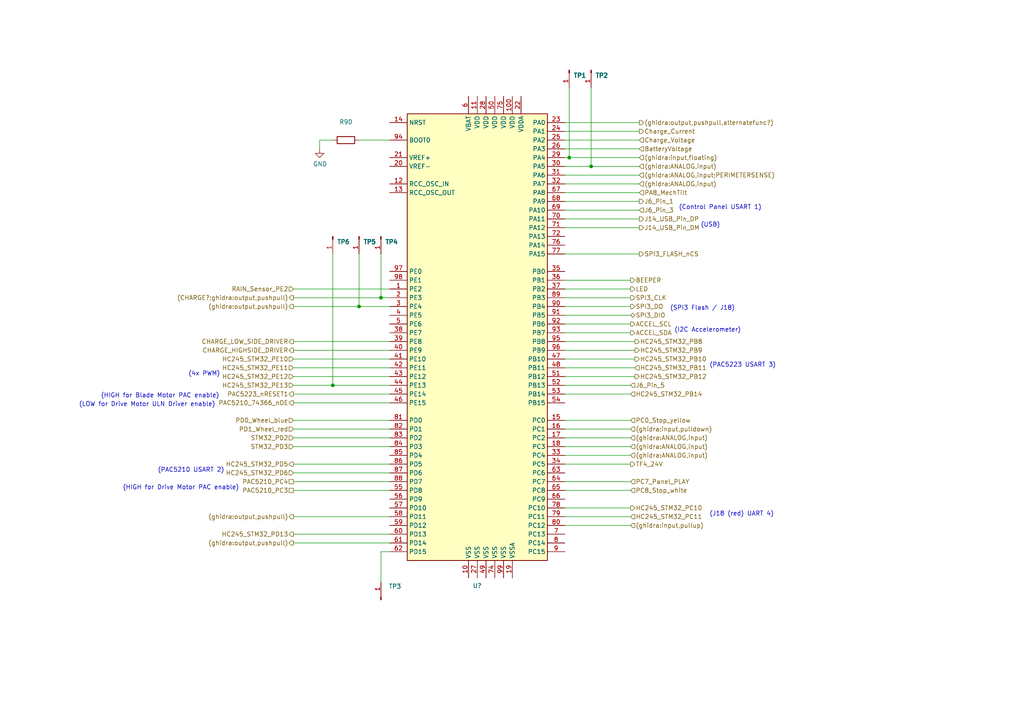
<source format=kicad_sch>
(kicad_sch (version 20211123) (generator eeschema)
  (paper "A4")
  (title_block (title "Project Mowgli") (date "2022-05-22") (rev "1.0.1") (comment 1 "(c) CyberNet / cn@warp.at") (comment 2 "https://github.com/cloudn1ne/Mowgli"))
  (lib_symbols
    (symbol "Connector:Conn_01x01_Male" (pin_names (offset 1.016) hide)
      (property "Reference" "J" (at 0 2.54 0))
      (property "Value" "Conn_01x01_Male" (at 0 -2.54 0))
      (symbol "Conn_01x01_Male_1_1"
        (polyline (pts (xy 1.27 0) (xy 0.8636 0)) (stroke (width 0.1524)))
        (rectangle (start 0.8636 0.127) (end 0 -0.127) (stroke (width 0.1524)) (fill (type outline)))
        (pin passive line (at 5.08 0 180) (length 3.81) (name "Pin_1") (number "1"))
      )
    )
    (symbol "Device:R" (pin_numbers hide) (pin_names (offset 0))
      (property "Reference" "R" (at 2.032 0 90))
      (property "Value" "R" (at 0 0 90))
      (symbol "R_0_1"
        (rectangle (start -1.016 -2.54) (end 1.016 2.54) (stroke (width 0.254)))
      )
      (symbol "R_1_1"
        (pin passive line (at 0 3.81 270) (length 1.27) (name "~") (number "1"))
        (pin passive line (at 0 -3.81 90) (length 1.27) (name "~") (number "2"))
      )
    )
    (symbol "MCU_ST_STM32F1:STM32F103VCTx"
      (property "Reference" "U" (at -20.32 64.77 0))
      (property "Value" "STM32F103VCTx" (at 15.24 64.77 0))
      (symbol "STM32F103VCTx_0_1"
        (rectangle (start -20.32 -66.04) (end 20.32 63.5) (stroke (width 0.254)) (fill (type background)))
      )
      (symbol "STM32F103VCTx_1_1"
        (pin bidirectional line (at -25.4 12.7 0) (length 5.08) (name "PE2") (number "1"))
        (pin power_in line (at -2.54 -71.12 90) (length 5.08) (name "VSS") (number "10"))
        (pin power_in line (at 10.16 68.58 270) (length 5.08) (name "VDD") (number "100"))
        (pin power_in line (at 0 68.58 270) (length 5.08) (name "VDD") (number "11"))
        (pin input line (at -25.4 43.18 0) (length 5.08) (name "RCC_OSC_IN") (number "12"))
        (pin input line (at -25.4 40.64 0) (length 5.08) (name "RCC_OSC_OUT") (number "13"))
        (pin input line (at -25.4 60.96 0) (length 5.08) (name "NRST") (number "14"))
        (pin bidirectional line (at 25.4 -25.4 180) (length 5.08) (name "PC0") (number "15"))
        (pin bidirectional line (at 25.4 -27.94 180) (length 5.08) (name "PC1") (number "16"))
        (pin bidirectional line (at 25.4 -30.48 180) (length 5.08) (name "PC2") (number "17"))
        (pin bidirectional line (at 25.4 -33.02 180) (length 5.08) (name "PC3") (number "18"))
        (pin power_in line (at 10.16 -71.12 90) (length 5.08) (name "VSSA") (number "19"))
        (pin bidirectional line (at -25.4 10.16 0) (length 5.08) (name "PE3") (number "2"))
        (pin power_in line (at -25.4 48.26 0) (length 5.08) (name "VREF-") (number "20"))
        (pin power_in line (at -25.4 50.8 0) (length 5.08) (name "VREF+") (number "21"))
        (pin power_in line (at 12.7 68.58 270) (length 5.08) (name "VDDA") (number "22"))
        (pin bidirectional line (at 25.4 60.96 180) (length 5.08) (name "PA0") (number "23"))
        (pin bidirectional line (at 25.4 58.42 180) (length 5.08) (name "PA1") (number "24"))
        (pin bidirectional line (at 25.4 55.88 180) (length 5.08) (name "PA2") (number "25"))
        (pin bidirectional line (at 25.4 53.34 180) (length 5.08) (name "PA3") (number "26"))
        (pin power_in line (at 0 -71.12 90) (length 5.08) (name "VSS") (number "27"))
        (pin power_in line (at 2.54 68.58 270) (length 5.08) (name "VDD") (number "28"))
        (pin bidirectional line (at 25.4 50.8 180) (length 5.08) (name "PA4") (number "29"))
        (pin bidirectional line (at -25.4 7.62 0) (length 5.08) (name "PE4") (number "3"))
        (pin bidirectional line (at 25.4 48.26 180) (length 5.08) (name "PA5") (number "30"))
        (pin bidirectional line (at 25.4 45.72 180) (length 5.08) (name "PA6") (number "31"))
        (pin bidirectional line (at 25.4 43.18 180) (length 5.08) (name "PA7") (number "32"))
        (pin bidirectional line (at 25.4 -35.56 180) (length 5.08) (name "PC4") (number "33"))
        (pin bidirectional line (at 25.4 -38.1 180) (length 5.08) (name "PC5") (number "34"))
        (pin bidirectional line (at 25.4 17.78 180) (length 5.08) (name "PB0") (number "35"))
        (pin bidirectional line (at 25.4 15.24 180) (length 5.08) (name "PB1") (number "36"))
        (pin bidirectional line (at 25.4 12.7 180) (length 5.08) (name "PB2") (number "37"))
        (pin bidirectional line (at -25.4 0 0) (length 5.08) (name "PE7") (number "38"))
        (pin bidirectional line (at -25.4 -2.54 0) (length 5.08) (name "PE8") (number "39"))
        (pin bidirectional line (at -25.4 5.08 0) (length 5.08) (name "PE5") (number "4"))
        (pin bidirectional line (at -25.4 -5.08 0) (length 5.08) (name "PE9") (number "40"))
        (pin bidirectional line (at -25.4 -7.62 0) (length 5.08) (name "PE10") (number "41"))
        (pin bidirectional line (at -25.4 -10.16 0) (length 5.08) (name "PE11") (number "42"))
        (pin bidirectional line (at -25.4 -12.7 0) (length 5.08) (name "PE12") (number "43"))
        (pin bidirectional line (at -25.4 -15.24 0) (length 5.08) (name "PE13") (number "44"))
        (pin bidirectional line (at -25.4 -17.78 0) (length 5.08) (name "PE14") (number "45"))
        (pin bidirectional line (at -25.4 -20.32 0) (length 5.08) (name "PE15") (number "46"))
        (pin bidirectional line (at 25.4 -7.62 180) (length 5.08) (name "PB10") (number "47"))
        (pin bidirectional line (at 25.4 -10.16 180) (length 5.08) (name "PB11") (number "48"))
        (pin power_in line (at 2.54 -71.12 90) (length 5.08) (name "VSS") (number "49"))
        (pin bidirectional line (at -25.4 2.54 0) (length 5.08) (name "PE6") (number "5"))
        (pin power_in line (at 5.08 68.58 270) (length 5.08) (name "VDD") (number "50"))
        (pin bidirectional line (at 25.4 -12.7 180) (length 5.08) (name "PB12") (number "51"))
        (pin bidirectional line (at 25.4 -15.24 180) (length 5.08) (name "PB13") (number "52"))
        (pin bidirectional line (at 25.4 -17.78 180) (length 5.08) (name "PB14") (number "53"))
        (pin bidirectional line (at 25.4 -20.32 180) (length 5.08) (name "PB15") (number "54"))
        (pin bidirectional line (at -25.4 -45.72 0) (length 5.08) (name "PD8") (number "55"))
        (pin bidirectional line (at -25.4 -48.26 0) (length 5.08) (name "PD9") (number "56"))
        (pin bidirectional line (at -25.4 -50.8 0) (length 5.08) (name "PD10") (number "57"))
        (pin bidirectional line (at -25.4 -53.34 0) (length 5.08) (name "PD11") (number "58"))
        (pin bidirectional line (at -25.4 -55.88 0) (length 5.08) (name "PD12") (number "59"))
        (pin power_in line (at -2.54 68.58 270) (length 5.08) (name "VBAT") (number "6"))
        (pin bidirectional line (at -25.4 -58.42 0) (length 5.08) (name "PD13") (number "60"))
        (pin bidirectional line (at -25.4 -60.96 0) (length 5.08) (name "PD14") (number "61"))
        (pin bidirectional line (at -25.4 -63.5 0) (length 5.08) (name "PD15") (number "62"))
        (pin bidirectional line (at 25.4 -40.64 180) (length 5.08) (name "PC6") (number "63"))
        (pin bidirectional line (at 25.4 -43.18 180) (length 5.08) (name "PC7") (number "64"))
        (pin bidirectional line (at 25.4 -45.72 180) (length 5.08) (name "PC8") (number "65"))
        (pin bidirectional line (at 25.4 -48.26 180) (length 5.08) (name "PC9") (number "66"))
        (pin bidirectional line (at 25.4 40.64 180) (length 5.08) (name "PA8") (number "67"))
        (pin bidirectional line (at 25.4 38.1 180) (length 5.08) (name "PA9") (number "68"))
        (pin bidirectional line (at 25.4 35.56 180) (length 5.08) (name "PA10") (number "69"))
        (pin bidirectional line (at 25.4 -58.42 180) (length 5.08) (name "PC13") (number "7"))
        (pin bidirectional line (at 25.4 33.02 180) (length 5.08) (name "PA11") (number "70"))
        (pin bidirectional line (at 25.4 30.48 180) (length 5.08) (name "PA12") (number "71"))
        (pin bidirectional line (at 25.4 27.94 180) (length 5.08) (name "PA13") (number "72"))
        (pin no_connect line (at -20.32 -63.5 0) (length 5.08) hide (name "NC") (number "73"))
        (pin power_in line (at 5.08 -71.12 90) (length 5.08) (name "VSS") (number "74"))
        (pin power_in line (at 7.62 68.58 270) (length 5.08) (name "VDD") (number "75"))
        (pin bidirectional line (at 25.4 25.4 180) (length 5.08) (name "PA14") (number "76"))
        (pin bidirectional line (at 25.4 22.86 180) (length 5.08) (name "PA15") (number "77"))
        (pin bidirectional line (at 25.4 -50.8 180) (length 5.08) (name "PC10") (number "78"))
        (pin bidirectional line (at 25.4 -53.34 180) (length 5.08) (name "PC11") (number "79"))
        (pin bidirectional line (at 25.4 -60.96 180) (length 5.08) (name "PC14") (number "8"))
        (pin bidirectional line (at 25.4 -55.88 180) (length 5.08) (name "PC12") (number "80"))
        (pin bidirectional line (at -25.4 -25.4 0) (length 5.08) (name "PD0") (number "81"))
        (pin bidirectional line (at -25.4 -27.94 0) (length 5.08) (name "PD1") (number "82"))
        (pin bidirectional line (at -25.4 -30.48 0) (length 5.08) (name "PD2") (number "83"))
        (pin bidirectional line (at -25.4 -33.02 0) (length 5.08) (name "PD3") (number "84"))
        (pin bidirectional line (at -25.4 -35.56 0) (length 5.08) (name "PD4") (number "85"))
        (pin bidirectional line (at -25.4 -38.1 0) (length 5.08) (name "PD5") (number "86"))
        (pin bidirectional line (at -25.4 -40.64 0) (length 5.08) (name "PD6") (number "87"))
        (pin bidirectional line (at -25.4 -43.18 0) (length 5.08) (name "PD7") (number "88"))
        (pin bidirectional line (at 25.4 10.16 180) (length 5.08) (name "PB3") (number "89"))
        (pin bidirectional line (at 25.4 -63.5 180) (length 5.08) (name "PC15") (number "9"))
        (pin bidirectional line (at 25.4 7.62 180) (length 5.08) (name "PB4") (number "90"))
        (pin bidirectional line (at 25.4 5.08 180) (length 5.08) (name "PB5") (number "91"))
        (pin bidirectional line (at 25.4 2.54 180) (length 5.08) (name "PB6") (number "92"))
        (pin bidirectional line (at 25.4 0 180) (length 5.08) (name "PB7") (number "93"))
        (pin input line (at -25.4 55.88 0) (length 5.08) (name "BOOT0") (number "94"))
        (pin bidirectional line (at 25.4 -2.54 180) (length 5.08) (name "PB8") (number "95"))
        (pin bidirectional line (at 25.4 -5.08 180) (length 5.08) (name "PB9") (number "96"))
        (pin bidirectional line (at -25.4 17.78 0) (length 5.08) (name "PE0") (number "97"))
        (pin bidirectional line (at -25.4 15.24 0) (length 5.08) (name "PE1") (number "98"))
        (pin power_in line (at 7.62 -71.12 90) (length 5.08) (name "VSS") (number "99"))
      )
    )
    (symbol "power:GND" (power) (pin_names (offset 0))
      (property "Value" "GND" (at 0 -3.81 0))
      (symbol "GND_0_1"
        (polyline (pts (xy 0 0) (xy 0 -1.27) (xy 1.27 -1.27) (xy 0 -2.54) (xy -1.27 -1.27) (xy 0 -1.27)))
      )
      (symbol "GND_1_1"
        (pin power_in line (at 0 0 270) (length 0) hide (name "GND") (number "1"))
      )
    )
  )
  (junction (at 171.45 48.26))
  (junction (at 165.1 45.72))
  (junction (at 110.49 86.36))
  (junction (at 104.14 88.9))
  (junction (at 96.52 111.76))
  (wire (pts (xy 85.09 86.36) (xy 110.49 86.36)))
  (wire (pts (xy 85.09 124.46) (xy 113.03 124.46)))
  (wire (pts (xy 163.83 104.14) (xy 184.15 104.14)))
  (wire (pts (xy 182.88 111.76) (xy 163.83 111.76)))
  (wire (pts (xy 165.1 25.4) (xy 165.1 45.72)))
  (wire (pts (xy 113.03 111.76) (xy 96.52 111.76)))
  (wire (pts (xy 85.09 121.92) (xy 113.03 121.92)))
  (wire (pts (xy 182.88 83.82) (xy 163.83 83.82)))
  (wire (pts (xy 163.83 35.56) (xy 185.42 35.56)))
  (wire (pts (xy 182.88 132.08) (xy 163.83 132.08)))
  (wire (pts (xy 182.88 152.4) (xy 163.83 152.4)))
  (wire (pts (xy 85.09 129.54) (xy 113.03 129.54)))
  (wire (pts (xy 184.15 99.06) (xy 163.83 99.06)))
  (wire (pts (xy 182.88 88.9) (xy 163.83 88.9)))
  (wire (pts (xy 85.09 99.06) (xy 113.03 99.06)))
  (wire (pts (xy 185.42 53.34) (xy 163.83 53.34)))
  (wire (pts (xy 85.09 154.94) (xy 113.03 154.94)))
  (wire (pts (xy 163.83 63.5) (xy 185.42 63.5)))
  (wire (pts (xy 185.42 60.96) (xy 163.83 60.96)))
  (wire (pts (xy 85.09 101.6) (xy 113.03 101.6)))
  (wire (pts (xy 182.88 139.7) (xy 163.83 139.7)))
  (wire (pts (xy 96.52 73.66) (xy 96.52 111.76)))
  (wire (pts (xy 184.15 109.22) (xy 163.83 109.22)))
  (wire (pts (xy 85.09 127) (xy 113.03 127)))
  (wire (pts (xy 163.83 129.54) (xy 182.88 129.54)))
  (wire (pts (xy 163.83 134.62) (xy 182.88 134.62)))
  (wire (pts (xy 185.42 38.1) (xy 163.83 38.1)))
  (wire (pts (xy 85.09 137.16) (xy 113.03 137.16)))
  (wire (pts (xy 165.1 45.72) (xy 163.83 45.72)))
  (wire (pts (xy 92.71 40.64) (xy 92.71 43.18)))
  (wire (pts (xy 182.88 114.3) (xy 163.83 114.3)))
  (wire (pts (xy 85.09 116.84) (xy 113.03 116.84)))
  (wire (pts (xy 85.09 109.22) (xy 113.03 109.22)))
  (wire (pts (xy 171.45 25.4) (xy 171.45 48.26)))
  (wire (pts (xy 182.88 149.86) (xy 163.83 149.86)))
  (wire (pts (xy 85.09 149.86) (xy 113.03 149.86)))
  (wire (pts (xy 182.88 86.36) (xy 163.83 86.36)))
  (wire (pts (xy 85.09 157.48) (xy 113.03 157.48)))
  (wire (pts (xy 185.42 48.26) (xy 171.45 48.26)))
  (wire (pts (xy 104.14 73.66) (xy 104.14 88.9)))
  (wire (pts (xy 104.14 88.9) (xy 113.03 88.9)))
  (wire (pts (xy 185.42 43.18) (xy 163.83 43.18)))
  (wire (pts (xy 182.88 142.24) (xy 163.83 142.24)))
  (wire (pts (xy 182.88 147.32) (xy 163.83 147.32)))
  (wire (pts (xy 182.88 127) (xy 163.83 127)))
  (wire (pts (xy 171.45 48.26) (xy 163.83 48.26)))
  (wire (pts (xy 182.88 96.52) (xy 163.83 96.52)))
  (wire (pts (xy 96.52 40.64) (xy 92.71 40.64)))
  (wire (pts (xy 182.88 81.28) (xy 163.83 81.28)))
  (wire (pts (xy 113.03 86.36) (xy 110.49 86.36)))
  (wire (pts (xy 185.42 73.66) (xy 163.83 73.66)))
  (wire (pts (xy 163.83 58.42) (xy 185.42 58.42)))
  (wire (pts (xy 85.09 88.9) (xy 104.14 88.9)))
  (wire (pts (xy 182.88 91.44) (xy 163.83 91.44)))
  (wire (pts (xy 110.49 73.66) (xy 110.49 86.36)))
  (wire (pts (xy 163.83 50.8) (xy 185.42 50.8)))
  (wire (pts (xy 184.15 106.68) (xy 163.83 106.68)))
  (wire (pts (xy 182.88 124.46) (xy 163.83 124.46)))
  (wire (pts (xy 185.42 40.64) (xy 163.83 40.64)))
  (wire (pts (xy 185.42 45.72) (xy 165.1 45.72)))
  (wire (pts (xy 184.15 101.6) (xy 163.83 101.6)))
  (wire (pts (xy 85.09 106.68) (xy 113.03 106.68)))
  (wire (pts (xy 182.88 93.98) (xy 163.83 93.98)))
  (wire (pts (xy 110.49 160.02) (xy 110.49 168.91)))
  (wire (pts (xy 185.42 66.04) (xy 163.83 66.04)))
  (wire (pts (xy 113.03 40.64) (xy 104.14 40.64)))
  (wire (pts (xy 185.42 55.88) (xy 163.83 55.88)))
  (wire (pts (xy 85.09 83.82) (xy 113.03 83.82)))
  (wire (pts (xy 113.03 160.02) (xy 110.49 160.02)))
  (wire (pts (xy 85.09 139.7) (xy 113.03 139.7)))
  (wire (pts (xy 85.09 104.14) (xy 113.03 104.14)))
  (wire (pts (xy 182.88 121.92) (xy 163.83 121.92)))
  (wire (pts (xy 85.09 142.24) (xy 113.03 142.24)))
  (wire (pts (xy 85.09 111.76) (xy 96.52 111.76)))
  (wire (pts (xy 85.09 114.3) (xy 113.03 114.3)))
  (wire (pts (xy 85.09 134.62) (xy 113.03 134.62)))
  (text "(USB)" (at 203.2 66.04 0) (effects (font (size 1.27 1.27)) (justify left bottom)))
  (text "(HIGH for Drive Motor PAC enable)" (at 35.56 142.24 0) (effects (font (size 1.27 1.27)) (justify left bottom)))
  (text "(LOW for Drive Motor ULN Driver enable)" (at 22.86 118.11 0) (effects (font (size 1.27 1.27)) (justify left bottom)))
  (text "(PAC5223 USART 3)" (at 205.74 106.68 0) (effects (font (size 1.27 1.27)) (justify left bottom)))
  (text "(I2C Accelerometer)" (at 195.58 96.52 0) (effects (font (size 1.27 1.27)) (justify left bottom)))
  (text "(HIGH for Blade Motor PAC enable)" (at 29.21 115.57 0) (effects (font (size 1.27 1.27)) (justify left bottom)))
  (text "(SPI3 Flash / J18)" (at 194.31 90.17 0) (effects (font (size 1.27 1.27)) (justify left bottom)))
  (text "(4x PWM)" (at 54.61 109.22 0) (effects (font (size 1.27 1.27)) (justify left bottom)))
  (text "(J18 (red) UART 4)" (at 205.74 149.86 0) (effects (font (size 1.27 1.27)) (justify left bottom)))
  (text "(PAC5210 USART 2)" (at 45.72 137.16 0) (effects (font (size 1.27 1.27)) (justify left bottom)))
  (text "(Control Panel USART 1)" (at 196.85 60.96 0) (effects (font (size 1.27 1.27)) (justify left bottom)))
  (hierarchical_label "PA8_MechTilt" (shape input) (at 185.42 55.88 0))
  (hierarchical_label "PAC5210_PC4" (shape passive) (at 85.09 139.7 180))
  (hierarchical_label "PD0_Wheel_blue" (shape input) (at 85.09 121.92 180))
  (hierarchical_label "(ghidra:output,pushpull)" (shape output) (at 85.09 149.86 180))
  (hierarchical_label "HC245_STM32_PB11" (shape input) (at 184.15 106.68 0))
  (hierarchical_label "(ghidra:output,pushpull)" (shape output) (at 85.09 157.48 180))
  (hierarchical_label "PAC5223_nRESET1" (shape output) (at 85.09 114.3 180))
  (hierarchical_label "(ghidra:input,pulldown)" (shape input) (at 182.88 124.46 0))
  (hierarchical_label "HC245_STM32_PB9" (shape output) (at 184.15 101.6 0))
  (hierarchical_label "STM32_PD2" (shape input) (at 85.09 127 180))
  (hierarchical_label "HC245_STM32_PD5" (shape output) (at 85.09 134.62 180))
  (hierarchical_label "HC245_STM32_PE10" (shape input) (at 85.09 104.14 180))
  (hierarchical_label "(ghidra:ANALOG,input)" (shape input) (at 185.42 53.34 0))
  (hierarchical_label "SPI3_CLK" (shape output) (at 182.88 86.36 0))
  (hierarchical_label "HC245_STM32_PB12" (shape output) (at 184.15 109.22 0))
  (hierarchical_label "HC245_STM32_PE12" (shape input) (at 85.09 109.22 180))
  (hierarchical_label "(ghidra:ANALOG,input)" (shape input) (at 182.88 127 0))
  (hierarchical_label "TF4_24V" (shape output) (at 182.88 134.62 0))
  (hierarchical_label "SPI3_DO" (shape output) (at 182.88 88.9 0))
  (hierarchical_label "PC8_Stop_white" (shape input) (at 182.88 142.24 0))
  (hierarchical_label "HC245_STM32_PC10" (shape output) (at 182.88 147.32 0))
  (hierarchical_label "PC0_Stop_yellow" (shape input) (at 182.88 121.92 0))
  (hierarchical_label "(ghidra:output,pushpull)" (shape output) (at 85.09 88.9 180))
  (hierarchical_label "(ghidra:input,floating)" (shape input) (at 185.42 45.72 0))
  (hierarchical_label "HC245_STM32_PB8" (shape output) (at 184.15 99.06 0))
  (hierarchical_label "PC7_Panel_PLAY" (shape input) (at 182.88 139.7 0))
  (hierarchical_label "BEEPER" (shape output) (at 182.88 81.28 0))
  (hierarchical_label "(ghidra:input,pullup)" (shape input) (at 182.88 152.4 0))
  (hierarchical_label "(ghidra:ANALOG,input)" (shape input) (at 182.88 132.08 0))
  (hierarchical_label "J6_Pin_1" (shape output) (at 185.42 58.42 0))
  (hierarchical_label "HC245_STM32_PC11" (shape input) (at 182.88 149.86 0))
  (hierarchical_label "ACCEL_SDA" (shape output) (at 182.88 96.52 0))
  (hierarchical_label "(ghidra:output,pushpull,alternatefunc?)" (shape output) (at 185.42 35.56 0))
  (hierarchical_label "SPI3_DIO" (shape bidirectional) (at 182.88 91.44 0))
  (hierarchical_label "J14_USB_Pin_DP" (shape output) (at 185.42 63.5 0))
  (hierarchical_label "J6_Pin_5" (shape input) (at 182.88 111.76 0))
  (hierarchical_label "(CHARGE?;ghidra:output,pushpull)" (shape output) (at 85.09 86.36 180))
  (hierarchical_label "(ghidra:ANALOG,input;PERIMETERSENSE)" (shape input) (at 185.42 50.8 0))
  (hierarchical_label "HC245_STM32_PE11" (shape input) (at 85.09 106.68 180))
  (hierarchical_label "Charge_Voltage" (shape input) (at 185.42 40.64 0))
  (hierarchical_label "PAC5210_PC3" (shape passive) (at 85.09 142.24 180))
  (hierarchical_label "HC245_STM32_PD6" (shape input) (at 85.09 137.16 180))
  (hierarchical_label "HC245_STM32_PB10" (shape output) (at 184.15 104.14 0))
  (hierarchical_label "PD1_Wheel_red" (shape input) (at 85.09 124.46 180))
  (hierarchical_label "Charge_Current" (shape output) (at 185.42 38.1 0))
  (hierarchical_label "HC245_STM32_PE13" (shape input) (at 85.09 111.76 180))
  (hierarchical_label "SPI3_FLASH_nCS" (shape output) (at 185.42 73.66 0))
  (hierarchical_label "J6_Pin_3" (shape input) (at 185.42 60.96 0))
  (hierarchical_label "STM32_PD3" (shape input) (at 85.09 129.54 180))
  (hierarchical_label "RAIN_Sensor_PE2" (shape input) (at 85.09 83.82 180))
  (hierarchical_label "(ghidra:ANALOG,input)" (shape input) (at 185.42 48.26 0))
  (hierarchical_label "HC245_STM32_PB14" (shape input) (at 182.88 114.3 0))
  (hierarchical_label "PAC5210_74366_nOE" (shape output) (at 85.09 116.84 180))
  (hierarchical_label "CHARGE_HIGHSIDE_DRIVER" (shape output) (at 85.09 101.6 180))
  (hierarchical_label "LED" (shape output) (at 182.88 83.82 0))
  (hierarchical_label "J14_USB_Pin_DM" (shape output) (at 185.42 66.04 0))
  (hierarchical_label "HC245_STM32_PD13" (shape output) (at 85.09 154.94 180))
  (hierarchical_label "CHARGE_LOW_SIDE_DRIVER" (shape output) (at 85.09 99.06 180))
  (hierarchical_label "BatteryVoltage" (shape input) (at 185.42 43.18 0))
  (hierarchical_label "ACCEL_SCL" (shape output) (at 182.88 93.98 0))
  (hierarchical_label "(ghidra:ANALOG,input)" (shape input) (at 182.88 129.54 0))
  (symbol (lib_id "MCU_ST_STM32F1:STM32F103VCTx") (at 138.43 96.52 0) (unit 1)
    (property "Reference" "U?" (at 138.43 169.9006 0))
    (property "Datasheet" "http://www.st.com/st-web-ui/static/active/en/resource/technical/document/datasheet/CD00191185.pdf" (effects hide))
  )
  (symbol (lib_id "Connector:Conn_01x01_Male") (at 96.52 68.58 270) (unit 1)
    (property "Reference" "TP6" (at 97.6376 70.1548 90) (effects (font bold) (justify left)))
  )
  (symbol (lib_id "Connector:Conn_01x01_Male") (at 165.1 20.32 270) (unit 1)
    (property "Reference" "TP1" (at 166.2176 21.8948 90) (effects (font bold) (justify left)))
  )
  (symbol (lib_id "Connector:Conn_01x01_Male") (at 171.45 20.32 270) (unit 1)
    (property "Reference" "TP2" (at 172.5676 21.8948 90) (effects (font bold) (justify left)))
  )
  (symbol (lib_id "Connector:Conn_01x01_Male") (at 110.49 173.99 90) (unit 1)
    (property "Reference" "TP3" (at 112.7252 170.0784 90) (effects (justify right)))
  )
  (symbol (lib_id "Connector:Conn_01x01_Male") (at 104.14 68.58 270) (unit 1)
    (property "Reference" "TP5" (at 105.2576 70.1548 90) (effects (font bold) (justify left)))
  )
  (symbol (lib_id "Connector:Conn_01x01_Male") (at 110.49 68.58 270) (unit 1)
    (property "Reference" "TP4" (at 111.6076 70.1548 90) (effects (font bold) (justify left)))
  )
  (symbol (lib_id "Device:R") (at 100.33 40.64 270) (unit 1)
    (property "Reference" "R90" (at 100.33 35.3822 90))
  )
  (symbol (lib_id "power:GND") (at 92.71 43.18 0) (unit 1)
    (property "Reference" "#PWR?" (effects hide))
  )
)
</source>
